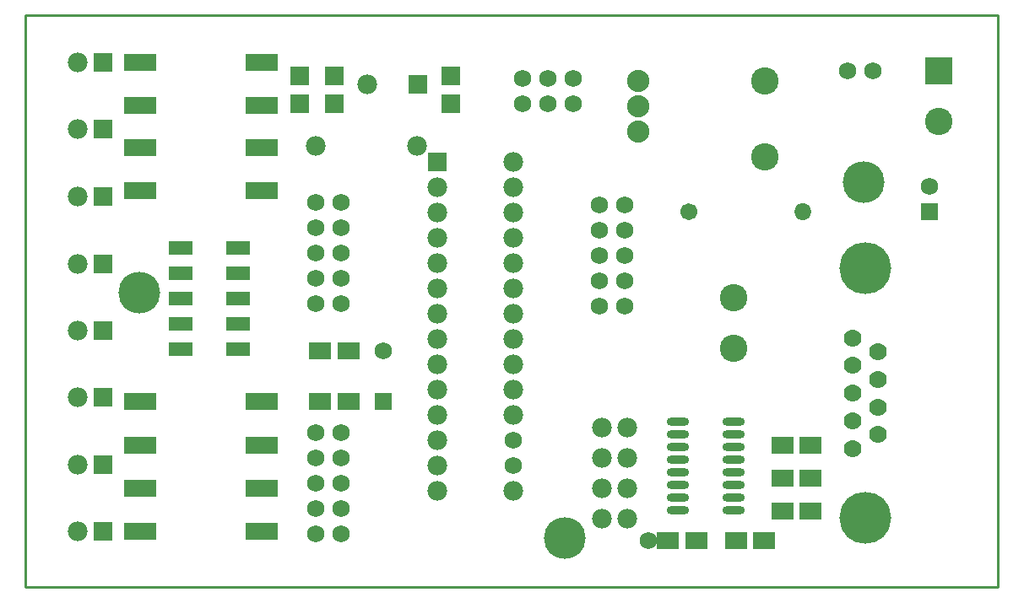
<source format=gts>
%FSLAX23Y23*%
%MOIN*%
G70*
G01*
G75*
%ADD10C,0.012*%
%ADD11R,0.083X0.060*%
%ADD12R,0.120X0.060*%
%ADD13R,0.070X0.070*%
%ADD14O,0.080X0.024*%
%ADD15R,0.087X0.050*%
%ADD16C,0.020*%
%ADD17C,0.016*%
%ADD18C,0.018*%
%ADD19C,0.080*%
%ADD20C,0.050*%
%ADD21C,0.030*%
%ADD22C,0.040*%
%ADD23C,0.010*%
%ADD24C,0.070*%
%ADD25C,0.080*%
%ADD26C,0.100*%
%ADD27R,0.100X0.100*%
%ADD28C,0.157*%
%ADD29C,0.197*%
%ADD30C,0.062*%
%ADD31O,0.060X0.059*%
%ADD32C,0.059*%
%ADD33C,0.060*%
%ADD34R,0.060X0.060*%
%ADD35R,0.060X0.083*%
%ADD36C,0.025*%
%ADD37C,0.015*%
%ADD38C,0.011*%
%ADD39C,0.008*%
%ADD40R,0.090X0.068*%
%ADD41R,0.128X0.068*%
%ADD42R,0.078X0.078*%
%ADD43O,0.088X0.032*%
%ADD44R,0.095X0.058*%
%ADD45C,0.078*%
%ADD46C,0.088*%
%ADD47C,0.108*%
%ADD48R,0.108X0.108*%
%ADD49C,0.165*%
%ADD50C,0.205*%
%ADD51O,0.068X0.067*%
%ADD52C,0.067*%
%ADD53C,0.068*%
%ADD54R,0.068X0.068*%
D23*
X12050Y6696D02*
Y8956D01*
X8210D02*
X12050D01*
X8210Y6696D02*
X12050D01*
X8210D02*
Y8956D01*
D24*
X11474Y7355D02*
D03*
X11574Y7300D02*
D03*
Y7409D02*
D03*
Y7518D02*
D03*
Y7627D02*
D03*
X11474Y7245D02*
D03*
Y7573D02*
D03*
Y7682D02*
D03*
Y7464D02*
D03*
D40*
X11310Y7127D02*
D03*
X11198D02*
D03*
X11310Y7259D02*
D03*
X11198D02*
D03*
X11014Y6881D02*
D03*
X11126D02*
D03*
X11198Y6999D02*
D03*
X11310D02*
D03*
X9485Y7431D02*
D03*
X9372D02*
D03*
X9485Y7631D02*
D03*
X9372D02*
D03*
X10746Y6881D02*
D03*
X10859D02*
D03*
D41*
X9143Y8770D02*
D03*
X8663D02*
D03*
X8661Y6918D02*
D03*
X9141D02*
D03*
X9143Y8264D02*
D03*
X8663D02*
D03*
X8661Y7089D02*
D03*
X9141D02*
D03*
X9143Y8433D02*
D03*
X8663D02*
D03*
X8661Y7259D02*
D03*
X9141D02*
D03*
X9143Y8601D02*
D03*
X8663D02*
D03*
X8661Y7430D02*
D03*
X9141D02*
D03*
D42*
X9428Y8719D02*
D03*
Y8606D02*
D03*
X9890D02*
D03*
Y8719D02*
D03*
X9293D02*
D03*
Y8606D02*
D03*
X9837Y8376D02*
D03*
X9760Y8684D02*
D03*
X8516Y8771D02*
D03*
Y6916D02*
D03*
Y7975D02*
D03*
Y7181D02*
D03*
Y8241D02*
D03*
Y7446D02*
D03*
Y8506D02*
D03*
Y7711D02*
D03*
D43*
X11006Y7001D02*
D03*
Y7051D02*
D03*
Y7101D02*
D03*
Y7151D02*
D03*
Y7201D02*
D03*
Y7251D02*
D03*
Y7301D02*
D03*
Y7351D02*
D03*
X10786D02*
D03*
Y7301D02*
D03*
Y7251D02*
D03*
Y7201D02*
D03*
Y7151D02*
D03*
Y7101D02*
D03*
Y7051D02*
D03*
Y7001D02*
D03*
D44*
X9049Y7636D02*
D03*
Y7736D02*
D03*
Y7936D02*
D03*
Y8036D02*
D03*
X8821Y7636D02*
D03*
Y7736D02*
D03*
Y7936D02*
D03*
Y8036D02*
D03*
Y7836D02*
D03*
X9049D02*
D03*
D45*
X9837Y8176D02*
D03*
Y8276D02*
D03*
X10137Y7676D02*
D03*
X9837Y7876D02*
D03*
Y7576D02*
D03*
Y8076D02*
D03*
Y7976D02*
D03*
Y7776D02*
D03*
Y7676D02*
D03*
Y7476D02*
D03*
Y7376D02*
D03*
Y7276D02*
D03*
Y7176D02*
D03*
Y7076D02*
D03*
X10137Y8376D02*
D03*
Y8276D02*
D03*
Y8176D02*
D03*
Y8076D02*
D03*
Y7976D02*
D03*
Y7876D02*
D03*
Y7776D02*
D03*
Y7576D02*
D03*
Y7476D02*
D03*
Y7376D02*
D03*
Y7076D02*
D03*
X9356Y8441D02*
D03*
X9756D02*
D03*
X9560Y8684D02*
D03*
X10587Y7326D02*
D03*
Y6966D02*
D03*
Y7206D02*
D03*
Y7086D02*
D03*
X10487Y6966D02*
D03*
X8416Y8771D02*
D03*
Y6916D02*
D03*
Y7975D02*
D03*
Y7181D02*
D03*
Y8241D02*
D03*
Y7446D02*
D03*
Y8506D02*
D03*
Y7711D02*
D03*
X10487Y7206D02*
D03*
Y7086D02*
D03*
Y7326D02*
D03*
D46*
X10630Y8496D02*
D03*
Y8596D02*
D03*
Y8696D02*
D03*
D47*
X11816Y8536D02*
D03*
X11005Y7641D02*
D03*
Y7841D02*
D03*
X11130Y8696D02*
D03*
Y8396D02*
D03*
D48*
X11816Y8736D02*
D03*
D49*
X8660Y7861D02*
D03*
X11520Y8296D02*
D03*
X10340Y6891D02*
D03*
D50*
X11524Y6972D02*
D03*
Y7956D02*
D03*
D51*
X11280Y8181D02*
D03*
D52*
X10830D02*
D03*
D53*
X10137Y7276D02*
D03*
Y7176D02*
D03*
X9357Y8016D02*
D03*
X9457Y7816D02*
D03*
X9357Y8216D02*
D03*
X9457D02*
D03*
X9357Y7816D02*
D03*
X10477Y7806D02*
D03*
X11556Y8736D02*
D03*
X10271Y8706D02*
D03*
X10477Y7906D02*
D03*
X9457Y8016D02*
D03*
Y8116D02*
D03*
X9357Y7916D02*
D03*
Y8116D02*
D03*
X9457Y7916D02*
D03*
X10477Y8006D02*
D03*
X11780Y8281D02*
D03*
X10171Y8606D02*
D03*
Y8706D02*
D03*
X10271Y8606D02*
D03*
X10371D02*
D03*
Y8706D02*
D03*
X11456Y8736D02*
D03*
X9622Y7631D02*
D03*
X10577Y8006D02*
D03*
Y8206D02*
D03*
X10477D02*
D03*
X10577Y7806D02*
D03*
Y8106D02*
D03*
Y7906D02*
D03*
X10477Y8106D02*
D03*
X9457Y7106D02*
D03*
X9357D02*
D03*
X9457Y7206D02*
D03*
X9357Y6906D02*
D03*
X9457D02*
D03*
X9357Y7306D02*
D03*
Y7006D02*
D03*
Y7206D02*
D03*
X9457Y7306D02*
D03*
Y7006D02*
D03*
X10670Y6881D02*
D03*
D54*
X9622Y7431D02*
D03*
X11780Y8181D02*
D03*
M02*

</source>
